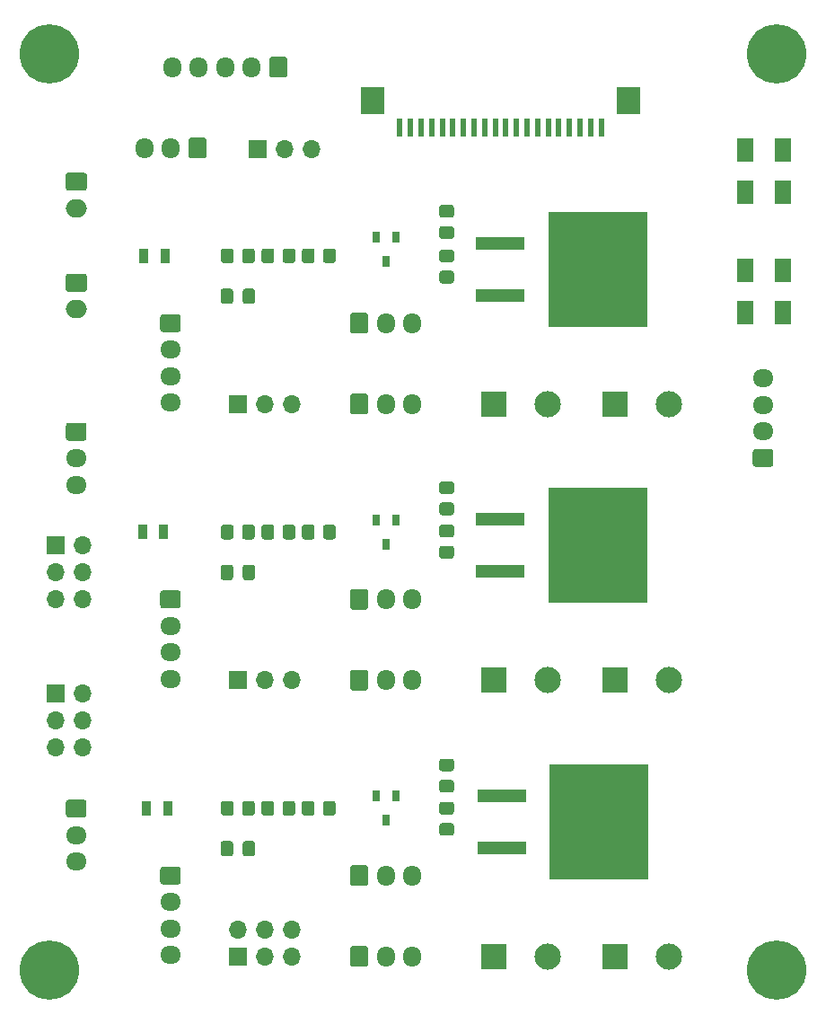
<source format=gbr>
%TF.GenerationSoftware,KiCad,Pcbnew,(5.1.9)-1*%
%TF.CreationDate,2021-01-06T12:08:29+00:00*%
%TF.ProjectId,switcherv0,73776974-6368-4657-9276-302e6b696361,rev?*%
%TF.SameCoordinates,Original*%
%TF.FileFunction,Soldermask,Top*%
%TF.FilePolarity,Negative*%
%FSLAX46Y46*%
G04 Gerber Fmt 4.6, Leading zero omitted, Abs format (unit mm)*
G04 Created by KiCad (PCBNEW (5.1.9)-1) date 2021-01-06 12:08:29*
%MOMM*%
%LPD*%
G01*
G04 APERTURE LIST*
%ADD10C,5.600000*%
%ADD11C,3.600000*%
%ADD12R,2.200000X2.500000*%
%ADD13R,0.600000X1.800000*%
%ADD14O,1.950000X1.700000*%
%ADD15O,1.700000X1.700000*%
%ADD16R,1.700000X1.700000*%
%ADD17C,2.475000*%
%ADD18R,2.475000X2.475000*%
%ADD19R,0.900000X1.400000*%
%ADD20R,4.600000X1.200000*%
%ADD21R,9.400000X10.800000*%
%ADD22O,1.700000X1.950000*%
%ADD23R,0.650000X1.100000*%
%ADD24O,2.000000X1.700000*%
%ADD25R,1.600000X2.250000*%
G04 APERTURE END LIST*
D10*
%TO.C,H3*%
X131347500Y-175410000D03*
D11*
X131347500Y-175410000D03*
%TD*%
D10*
%TO.C,H2*%
X131347500Y-89050000D03*
D11*
X131347500Y-89050000D03*
%TD*%
D10*
%TO.C,H1*%
X62767500Y-175410000D03*
D11*
X62767500Y-175410000D03*
%TD*%
D10*
%TO.C,H0*%
X62767500Y-89050000D03*
D11*
X62767500Y-89050000D03*
%TD*%
D12*
%TO.C,J0*%
X93212500Y-93495000D03*
X117412500Y-93495000D03*
D13*
X95812500Y-96035000D03*
X96812500Y-96035000D03*
X97812500Y-96035000D03*
X98812500Y-96035000D03*
X99812500Y-96035000D03*
X100812500Y-96035000D03*
X101812500Y-96035000D03*
X102812500Y-96035000D03*
X103812500Y-96035000D03*
X104812500Y-96035000D03*
X105812500Y-96035000D03*
X106812500Y-96035000D03*
X107812500Y-96035000D03*
X108812500Y-96035000D03*
X109812500Y-96035000D03*
X110812500Y-96035000D03*
X111812500Y-96035000D03*
X112812500Y-96035000D03*
X113812500Y-96035000D03*
X114812500Y-96035000D03*
%TD*%
D14*
%TO.C,J21*%
X65307500Y-165210000D03*
X65307500Y-162710000D03*
G36*
G01*
X64582500Y-159360000D02*
X66032500Y-159360000D01*
G75*
G02*
X66282500Y-159610000I0J-250000D01*
G01*
X66282500Y-160810000D01*
G75*
G02*
X66032500Y-161060000I-250000J0D01*
G01*
X64582500Y-161060000D01*
G75*
G02*
X64332500Y-160810000I0J250000D01*
G01*
X64332500Y-159610000D01*
G75*
G02*
X64582500Y-159360000I250000J0D01*
G01*
G37*
%TD*%
D15*
%TO.C,JP6*%
X87532500Y-98067000D03*
X84992500Y-98067000D03*
D16*
X82452500Y-98067000D03*
%TD*%
D17*
%TO.C,J3*%
X121187500Y-174140000D03*
D18*
X116107500Y-174140000D03*
%TD*%
D17*
%TO.C,J2*%
X109757500Y-174140000D03*
D18*
X104677500Y-174140000D03*
%TD*%
D17*
%TO.C,J4*%
X121187500Y-148105000D03*
D18*
X116107500Y-148105000D03*
%TD*%
D17*
%TO.C,J5*%
X109757500Y-148105000D03*
D18*
X104677500Y-148105000D03*
%TD*%
D17*
%TO.C,J6*%
X109757500Y-122070000D03*
D18*
X104677500Y-122070000D03*
%TD*%
D17*
%TO.C,J7*%
X121187500Y-122070000D03*
D18*
X116107500Y-122070000D03*
%TD*%
D19*
%TO.C,LED2*%
X73657500Y-108100000D03*
X71657500Y-108100000D03*
%TD*%
%TO.C,LED1*%
X73562500Y-134135000D03*
X71562500Y-134135000D03*
%TD*%
%TO.C,LED0*%
X73927500Y-160170000D03*
X71927500Y-160170000D03*
%TD*%
D20*
%TO.C,Q2*%
X105312500Y-111835000D03*
D21*
X114462500Y-109370000D03*
D20*
X105312500Y-106905000D03*
%TD*%
%TO.C,Q1*%
X105312500Y-137870000D03*
D21*
X114462500Y-135405000D03*
D20*
X105312500Y-132940000D03*
%TD*%
%TO.C,Q0*%
X105439500Y-163905000D03*
D21*
X114589500Y-161440000D03*
D20*
X105439500Y-158975000D03*
%TD*%
D22*
%TO.C,J19*%
X71737500Y-97940000D03*
X74237500Y-97940000D03*
G36*
G01*
X77587500Y-97215000D02*
X77587500Y-98665000D01*
G75*
G02*
X77337500Y-98915000I-250000J0D01*
G01*
X76137500Y-98915000D01*
G75*
G02*
X75887500Y-98665000I0J250000D01*
G01*
X75887500Y-97215000D01*
G75*
G02*
X76137500Y-96965000I250000J0D01*
G01*
X77337500Y-96965000D01*
G75*
G02*
X77587500Y-97215000I0J-250000D01*
G01*
G37*
%TD*%
%TO.C,J9*%
X96977500Y-166520000D03*
X94477500Y-166520000D03*
G36*
G01*
X91127500Y-167245000D02*
X91127500Y-165795000D01*
G75*
G02*
X91377500Y-165545000I250000J0D01*
G01*
X92577500Y-165545000D01*
G75*
G02*
X92827500Y-165795000I0J-250000D01*
G01*
X92827500Y-167245000D01*
G75*
G02*
X92577500Y-167495000I-250000J0D01*
G01*
X91377500Y-167495000D01*
G75*
G02*
X91127500Y-167245000I0J250000D01*
G01*
G37*
%TD*%
D14*
%TO.C,J15*%
X74197500Y-147985000D03*
X74197500Y-145485000D03*
X74197500Y-142985000D03*
G36*
G01*
X73472500Y-139635000D02*
X74922500Y-139635000D01*
G75*
G02*
X75172500Y-139885000I0J-250000D01*
G01*
X75172500Y-141085000D01*
G75*
G02*
X74922500Y-141335000I-250000J0D01*
G01*
X73472500Y-141335000D01*
G75*
G02*
X73222500Y-141085000I0J250000D01*
G01*
X73222500Y-139885000D01*
G75*
G02*
X73472500Y-139635000I250000J0D01*
G01*
G37*
%TD*%
%TO.C,J1*%
X130077500Y-119650000D03*
X130077500Y-122150000D03*
X130077500Y-124650000D03*
G36*
G01*
X130802500Y-128000000D02*
X129352500Y-128000000D01*
G75*
G02*
X129102500Y-127750000I0J250000D01*
G01*
X129102500Y-126550000D01*
G75*
G02*
X129352500Y-126300000I250000J0D01*
G01*
X130802500Y-126300000D01*
G75*
G02*
X131052500Y-126550000I0J-250000D01*
G01*
X131052500Y-127750000D01*
G75*
G02*
X130802500Y-128000000I-250000J0D01*
G01*
G37*
%TD*%
%TO.C,J14*%
X74197500Y-174020000D03*
X74197500Y-171520000D03*
X74197500Y-169020000D03*
G36*
G01*
X73472500Y-165670000D02*
X74922500Y-165670000D01*
G75*
G02*
X75172500Y-165920000I0J-250000D01*
G01*
X75172500Y-167120000D01*
G75*
G02*
X74922500Y-167370000I-250000J0D01*
G01*
X73472500Y-167370000D01*
G75*
G02*
X73222500Y-167120000I0J250000D01*
G01*
X73222500Y-165920000D01*
G75*
G02*
X73472500Y-165670000I250000J0D01*
G01*
G37*
%TD*%
%TO.C,J16*%
X74197500Y-121950000D03*
X74197500Y-119450000D03*
X74197500Y-116950000D03*
G36*
G01*
X73472500Y-113600000D02*
X74922500Y-113600000D01*
G75*
G02*
X75172500Y-113850000I0J-250000D01*
G01*
X75172500Y-115050000D01*
G75*
G02*
X74922500Y-115300000I-250000J0D01*
G01*
X73472500Y-115300000D01*
G75*
G02*
X73222500Y-115050000I0J250000D01*
G01*
X73222500Y-113850000D01*
G75*
G02*
X73472500Y-113600000I250000J0D01*
G01*
G37*
%TD*%
%TO.C,J22*%
X65307500Y-129690000D03*
X65307500Y-127190000D03*
G36*
G01*
X64582500Y-123840000D02*
X66032500Y-123840000D01*
G75*
G02*
X66282500Y-124090000I0J-250000D01*
G01*
X66282500Y-125290000D01*
G75*
G02*
X66032500Y-125540000I-250000J0D01*
G01*
X64582500Y-125540000D01*
G75*
G02*
X64332500Y-125290000I0J250000D01*
G01*
X64332500Y-124090000D01*
G75*
G02*
X64582500Y-123840000I250000J0D01*
G01*
G37*
%TD*%
%TO.C,R14*%
G36*
G01*
X100682501Y-104509000D02*
X99782499Y-104509000D01*
G75*
G02*
X99532500Y-104259001I0J249999D01*
G01*
X99532500Y-103558999D01*
G75*
G02*
X99782499Y-103309000I249999J0D01*
G01*
X100682501Y-103309000D01*
G75*
G02*
X100932500Y-103558999I0J-249999D01*
G01*
X100932500Y-104259001D01*
G75*
G02*
X100682501Y-104509000I-249999J0D01*
G01*
G37*
G36*
G01*
X100682501Y-106509000D02*
X99782499Y-106509000D01*
G75*
G02*
X99532500Y-106259001I0J249999D01*
G01*
X99532500Y-105558999D01*
G75*
G02*
X99782499Y-105309000I249999J0D01*
G01*
X100682501Y-105309000D01*
G75*
G02*
X100932500Y-105558999I0J-249999D01*
G01*
X100932500Y-106259001D01*
G75*
G02*
X100682501Y-106509000I-249999J0D01*
G01*
G37*
%TD*%
%TO.C,R13*%
G36*
G01*
X100682501Y-108716000D02*
X99782499Y-108716000D01*
G75*
G02*
X99532500Y-108466001I0J249999D01*
G01*
X99532500Y-107765999D01*
G75*
G02*
X99782499Y-107516000I249999J0D01*
G01*
X100682501Y-107516000D01*
G75*
G02*
X100932500Y-107765999I0J-249999D01*
G01*
X100932500Y-108466001D01*
G75*
G02*
X100682501Y-108716000I-249999J0D01*
G01*
G37*
G36*
G01*
X100682501Y-110716000D02*
X99782499Y-110716000D01*
G75*
G02*
X99532500Y-110466001I0J249999D01*
G01*
X99532500Y-109765999D01*
G75*
G02*
X99782499Y-109516000I249999J0D01*
G01*
X100682501Y-109516000D01*
G75*
G02*
X100932500Y-109765999I0J-249999D01*
G01*
X100932500Y-110466001D01*
G75*
G02*
X100682501Y-110716000I-249999J0D01*
G01*
G37*
%TD*%
%TO.C,R12*%
G36*
G01*
X100682501Y-130560000D02*
X99782499Y-130560000D01*
G75*
G02*
X99532500Y-130310001I0J249999D01*
G01*
X99532500Y-129609999D01*
G75*
G02*
X99782499Y-129360000I249999J0D01*
G01*
X100682501Y-129360000D01*
G75*
G02*
X100932500Y-129609999I0J-249999D01*
G01*
X100932500Y-130310001D01*
G75*
G02*
X100682501Y-130560000I-249999J0D01*
G01*
G37*
G36*
G01*
X100682501Y-132560000D02*
X99782499Y-132560000D01*
G75*
G02*
X99532500Y-132310001I0J249999D01*
G01*
X99532500Y-131609999D01*
G75*
G02*
X99782499Y-131360000I249999J0D01*
G01*
X100682501Y-131360000D01*
G75*
G02*
X100932500Y-131609999I0J-249999D01*
G01*
X100932500Y-132310001D01*
G75*
G02*
X100682501Y-132560000I-249999J0D01*
G01*
G37*
%TD*%
%TO.C,R11*%
G36*
G01*
X100682501Y-134640000D02*
X99782499Y-134640000D01*
G75*
G02*
X99532500Y-134390001I0J249999D01*
G01*
X99532500Y-133689999D01*
G75*
G02*
X99782499Y-133440000I249999J0D01*
G01*
X100682501Y-133440000D01*
G75*
G02*
X100932500Y-133689999I0J-249999D01*
G01*
X100932500Y-134390001D01*
G75*
G02*
X100682501Y-134640000I-249999J0D01*
G01*
G37*
G36*
G01*
X100682501Y-136640000D02*
X99782499Y-136640000D01*
G75*
G02*
X99532500Y-136390001I0J249999D01*
G01*
X99532500Y-135689999D01*
G75*
G02*
X99782499Y-135440000I249999J0D01*
G01*
X100682501Y-135440000D01*
G75*
G02*
X100932500Y-135689999I0J-249999D01*
G01*
X100932500Y-136390001D01*
G75*
G02*
X100682501Y-136640000I-249999J0D01*
G01*
G37*
%TD*%
%TO.C,R10*%
G36*
G01*
X100682501Y-156698500D02*
X99782499Y-156698500D01*
G75*
G02*
X99532500Y-156448501I0J249999D01*
G01*
X99532500Y-155748499D01*
G75*
G02*
X99782499Y-155498500I249999J0D01*
G01*
X100682501Y-155498500D01*
G75*
G02*
X100932500Y-155748499I0J-249999D01*
G01*
X100932500Y-156448501D01*
G75*
G02*
X100682501Y-156698500I-249999J0D01*
G01*
G37*
G36*
G01*
X100682501Y-158698500D02*
X99782499Y-158698500D01*
G75*
G02*
X99532500Y-158448501I0J249999D01*
G01*
X99532500Y-157748499D01*
G75*
G02*
X99782499Y-157498500I249999J0D01*
G01*
X100682501Y-157498500D01*
G75*
G02*
X100932500Y-157748499I0J-249999D01*
G01*
X100932500Y-158448501D01*
G75*
G02*
X100682501Y-158698500I-249999J0D01*
G01*
G37*
%TD*%
%TO.C,R9*%
G36*
G01*
X100682501Y-160770000D02*
X99782499Y-160770000D01*
G75*
G02*
X99532500Y-160520001I0J249999D01*
G01*
X99532500Y-159819999D01*
G75*
G02*
X99782499Y-159570000I249999J0D01*
G01*
X100682501Y-159570000D01*
G75*
G02*
X100932500Y-159819999I0J-249999D01*
G01*
X100932500Y-160520001D01*
G75*
G02*
X100682501Y-160770000I-249999J0D01*
G01*
G37*
G36*
G01*
X100682501Y-162770000D02*
X99782499Y-162770000D01*
G75*
G02*
X99532500Y-162520001I0J249999D01*
G01*
X99532500Y-161819999D01*
G75*
G02*
X99782499Y-161570000I249999J0D01*
G01*
X100682501Y-161570000D01*
G75*
G02*
X100932500Y-161819999I0J-249999D01*
G01*
X100932500Y-162520001D01*
G75*
G02*
X100682501Y-162770000I-249999J0D01*
G01*
G37*
%TD*%
%TO.C,R8*%
G36*
G01*
X83973500Y-107649999D02*
X83973500Y-108550001D01*
G75*
G02*
X83723501Y-108800000I-249999J0D01*
G01*
X83023499Y-108800000D01*
G75*
G02*
X82773500Y-108550001I0J249999D01*
G01*
X82773500Y-107649999D01*
G75*
G02*
X83023499Y-107400000I249999J0D01*
G01*
X83723501Y-107400000D01*
G75*
G02*
X83973500Y-107649999I0J-249999D01*
G01*
G37*
G36*
G01*
X85973500Y-107649999D02*
X85973500Y-108550001D01*
G75*
G02*
X85723501Y-108800000I-249999J0D01*
G01*
X85023499Y-108800000D01*
G75*
G02*
X84773500Y-108550001I0J249999D01*
G01*
X84773500Y-107649999D01*
G75*
G02*
X85023499Y-107400000I249999J0D01*
G01*
X85723501Y-107400000D01*
G75*
G02*
X85973500Y-107649999I0J-249999D01*
G01*
G37*
%TD*%
%TO.C,R7*%
G36*
G01*
X87783500Y-107649999D02*
X87783500Y-108550001D01*
G75*
G02*
X87533501Y-108800000I-249999J0D01*
G01*
X86833499Y-108800000D01*
G75*
G02*
X86583500Y-108550001I0J249999D01*
G01*
X86583500Y-107649999D01*
G75*
G02*
X86833499Y-107400000I249999J0D01*
G01*
X87533501Y-107400000D01*
G75*
G02*
X87783500Y-107649999I0J-249999D01*
G01*
G37*
G36*
G01*
X89783500Y-107649999D02*
X89783500Y-108550001D01*
G75*
G02*
X89533501Y-108800000I-249999J0D01*
G01*
X88833499Y-108800000D01*
G75*
G02*
X88583500Y-108550001I0J249999D01*
G01*
X88583500Y-107649999D01*
G75*
G02*
X88833499Y-107400000I249999J0D01*
G01*
X89533501Y-107400000D01*
G75*
G02*
X89783500Y-107649999I0J-249999D01*
G01*
G37*
%TD*%
%TO.C,R6*%
G36*
G01*
X83973500Y-133684999D02*
X83973500Y-134585001D01*
G75*
G02*
X83723501Y-134835000I-249999J0D01*
G01*
X83023499Y-134835000D01*
G75*
G02*
X82773500Y-134585001I0J249999D01*
G01*
X82773500Y-133684999D01*
G75*
G02*
X83023499Y-133435000I249999J0D01*
G01*
X83723501Y-133435000D01*
G75*
G02*
X83973500Y-133684999I0J-249999D01*
G01*
G37*
G36*
G01*
X85973500Y-133684999D02*
X85973500Y-134585001D01*
G75*
G02*
X85723501Y-134835000I-249999J0D01*
G01*
X85023499Y-134835000D01*
G75*
G02*
X84773500Y-134585001I0J249999D01*
G01*
X84773500Y-133684999D01*
G75*
G02*
X85023499Y-133435000I249999J0D01*
G01*
X85723501Y-133435000D01*
G75*
G02*
X85973500Y-133684999I0J-249999D01*
G01*
G37*
%TD*%
%TO.C,R5*%
G36*
G01*
X87783500Y-133684999D02*
X87783500Y-134585001D01*
G75*
G02*
X87533501Y-134835000I-249999J0D01*
G01*
X86833499Y-134835000D01*
G75*
G02*
X86583500Y-134585001I0J249999D01*
G01*
X86583500Y-133684999D01*
G75*
G02*
X86833499Y-133435000I249999J0D01*
G01*
X87533501Y-133435000D01*
G75*
G02*
X87783500Y-133684999I0J-249999D01*
G01*
G37*
G36*
G01*
X89783500Y-133684999D02*
X89783500Y-134585001D01*
G75*
G02*
X89533501Y-134835000I-249999J0D01*
G01*
X88833499Y-134835000D01*
G75*
G02*
X88583500Y-134585001I0J249999D01*
G01*
X88583500Y-133684999D01*
G75*
G02*
X88833499Y-133435000I249999J0D01*
G01*
X89533501Y-133435000D01*
G75*
G02*
X89783500Y-133684999I0J-249999D01*
G01*
G37*
%TD*%
%TO.C,R4*%
G36*
G01*
X83957500Y-159719999D02*
X83957500Y-160620001D01*
G75*
G02*
X83707501Y-160870000I-249999J0D01*
G01*
X83007499Y-160870000D01*
G75*
G02*
X82757500Y-160620001I0J249999D01*
G01*
X82757500Y-159719999D01*
G75*
G02*
X83007499Y-159470000I249999J0D01*
G01*
X83707501Y-159470000D01*
G75*
G02*
X83957500Y-159719999I0J-249999D01*
G01*
G37*
G36*
G01*
X85957500Y-159719999D02*
X85957500Y-160620001D01*
G75*
G02*
X85707501Y-160870000I-249999J0D01*
G01*
X85007499Y-160870000D01*
G75*
G02*
X84757500Y-160620001I0J249999D01*
G01*
X84757500Y-159719999D01*
G75*
G02*
X85007499Y-159470000I249999J0D01*
G01*
X85707501Y-159470000D01*
G75*
G02*
X85957500Y-159719999I0J-249999D01*
G01*
G37*
%TD*%
%TO.C,R3*%
G36*
G01*
X87767500Y-159719999D02*
X87767500Y-160620001D01*
G75*
G02*
X87517501Y-160870000I-249999J0D01*
G01*
X86817499Y-160870000D01*
G75*
G02*
X86567500Y-160620001I0J249999D01*
G01*
X86567500Y-159719999D01*
G75*
G02*
X86817499Y-159470000I249999J0D01*
G01*
X87517501Y-159470000D01*
G75*
G02*
X87767500Y-159719999I0J-249999D01*
G01*
G37*
G36*
G01*
X89767500Y-159719999D02*
X89767500Y-160620001D01*
G75*
G02*
X89517501Y-160870000I-249999J0D01*
G01*
X88817499Y-160870000D01*
G75*
G02*
X88567500Y-160620001I0J249999D01*
G01*
X88567500Y-159719999D01*
G75*
G02*
X88817499Y-159470000I249999J0D01*
G01*
X89517501Y-159470000D01*
G75*
G02*
X89767500Y-159719999I0J-249999D01*
G01*
G37*
%TD*%
%TO.C,R2*%
G36*
G01*
X80147500Y-107649999D02*
X80147500Y-108550001D01*
G75*
G02*
X79897501Y-108800000I-249999J0D01*
G01*
X79197499Y-108800000D01*
G75*
G02*
X78947500Y-108550001I0J249999D01*
G01*
X78947500Y-107649999D01*
G75*
G02*
X79197499Y-107400000I249999J0D01*
G01*
X79897501Y-107400000D01*
G75*
G02*
X80147500Y-107649999I0J-249999D01*
G01*
G37*
G36*
G01*
X82147500Y-107649999D02*
X82147500Y-108550001D01*
G75*
G02*
X81897501Y-108800000I-249999J0D01*
G01*
X81197499Y-108800000D01*
G75*
G02*
X80947500Y-108550001I0J249999D01*
G01*
X80947500Y-107649999D01*
G75*
G02*
X81197499Y-107400000I249999J0D01*
G01*
X81897501Y-107400000D01*
G75*
G02*
X82147500Y-107649999I0J-249999D01*
G01*
G37*
%TD*%
%TO.C,R1*%
G36*
G01*
X80147500Y-133684999D02*
X80147500Y-134585001D01*
G75*
G02*
X79897501Y-134835000I-249999J0D01*
G01*
X79197499Y-134835000D01*
G75*
G02*
X78947500Y-134585001I0J249999D01*
G01*
X78947500Y-133684999D01*
G75*
G02*
X79197499Y-133435000I249999J0D01*
G01*
X79897501Y-133435000D01*
G75*
G02*
X80147500Y-133684999I0J-249999D01*
G01*
G37*
G36*
G01*
X82147500Y-133684999D02*
X82147500Y-134585001D01*
G75*
G02*
X81897501Y-134835000I-249999J0D01*
G01*
X81197499Y-134835000D01*
G75*
G02*
X80947500Y-134585001I0J249999D01*
G01*
X80947500Y-133684999D01*
G75*
G02*
X81197499Y-133435000I249999J0D01*
G01*
X81897501Y-133435000D01*
G75*
G02*
X82147500Y-133684999I0J-249999D01*
G01*
G37*
%TD*%
%TO.C,R0*%
G36*
G01*
X80147500Y-159719999D02*
X80147500Y-160620001D01*
G75*
G02*
X79897501Y-160870000I-249999J0D01*
G01*
X79197499Y-160870000D01*
G75*
G02*
X78947500Y-160620001I0J249999D01*
G01*
X78947500Y-159719999D01*
G75*
G02*
X79197499Y-159470000I249999J0D01*
G01*
X79897501Y-159470000D01*
G75*
G02*
X80147500Y-159719999I0J-249999D01*
G01*
G37*
G36*
G01*
X82147500Y-159719999D02*
X82147500Y-160620001D01*
G75*
G02*
X81897501Y-160870000I-249999J0D01*
G01*
X81197499Y-160870000D01*
G75*
G02*
X80947500Y-160620001I0J249999D01*
G01*
X80947500Y-159719999D01*
G75*
G02*
X81197499Y-159470000I249999J0D01*
G01*
X81897501Y-159470000D01*
G75*
G02*
X82147500Y-159719999I0J-249999D01*
G01*
G37*
%TD*%
D23*
%TO.C,Q5*%
X94517500Y-108615000D03*
X93567500Y-106315000D03*
X95467500Y-106315000D03*
%TD*%
%TO.C,Q4*%
X94517500Y-135285000D03*
X93567500Y-132985000D03*
X95467500Y-132985000D03*
%TD*%
%TO.C,Q3*%
X94517500Y-161320000D03*
X93567500Y-159020000D03*
X95467500Y-159020000D03*
%TD*%
D15*
%TO.C,JP5*%
X65942500Y-140485000D03*
X63402500Y-140485000D03*
X65942500Y-137945000D03*
X63402500Y-137945000D03*
X65942500Y-135405000D03*
D16*
X63402500Y-135405000D03*
%TD*%
D15*
%TO.C,JP4*%
X65942500Y-154455000D03*
X63402500Y-154455000D03*
X65942500Y-151915000D03*
X63402500Y-151915000D03*
X65942500Y-149375000D03*
D16*
X63402500Y-149375000D03*
%TD*%
D22*
%TO.C,J20*%
X74357500Y-90320000D03*
X76857500Y-90320000D03*
X79357500Y-90320000D03*
X81857500Y-90320000D03*
G36*
G01*
X85207500Y-89595000D02*
X85207500Y-91045000D01*
G75*
G02*
X84957500Y-91295000I-250000J0D01*
G01*
X83757500Y-91295000D01*
G75*
G02*
X83507500Y-91045000I0J250000D01*
G01*
X83507500Y-89595000D01*
G75*
G02*
X83757500Y-89345000I250000J0D01*
G01*
X84957500Y-89345000D01*
G75*
G02*
X85207500Y-89595000I0J-250000D01*
G01*
G37*
%TD*%
D24*
%TO.C,J17*%
X65307500Y-113140000D03*
G36*
G01*
X64557500Y-109790000D02*
X66057500Y-109790000D01*
G75*
G02*
X66307500Y-110040000I0J-250000D01*
G01*
X66307500Y-111240000D01*
G75*
G02*
X66057500Y-111490000I-250000J0D01*
G01*
X64557500Y-111490000D01*
G75*
G02*
X64307500Y-111240000I0J250000D01*
G01*
X64307500Y-110040000D01*
G75*
G02*
X64557500Y-109790000I250000J0D01*
G01*
G37*
%TD*%
D22*
%TO.C,J12*%
X96977500Y-114450000D03*
X94477500Y-114450000D03*
G36*
G01*
X91127500Y-115175000D02*
X91127500Y-113725000D01*
G75*
G02*
X91377500Y-113475000I250000J0D01*
G01*
X92577500Y-113475000D01*
G75*
G02*
X92827500Y-113725000I0J-250000D01*
G01*
X92827500Y-115175000D01*
G75*
G02*
X92577500Y-115425000I-250000J0D01*
G01*
X91377500Y-115425000D01*
G75*
G02*
X91127500Y-115175000I0J250000D01*
G01*
G37*
%TD*%
%TO.C,J10*%
X96977500Y-148105000D03*
X94477500Y-148105000D03*
G36*
G01*
X91127500Y-148830000D02*
X91127500Y-147380000D01*
G75*
G02*
X91377500Y-147130000I250000J0D01*
G01*
X92577500Y-147130000D01*
G75*
G02*
X92827500Y-147380000I0J-250000D01*
G01*
X92827500Y-148830000D01*
G75*
G02*
X92577500Y-149080000I-250000J0D01*
G01*
X91377500Y-149080000D01*
G75*
G02*
X91127500Y-148830000I0J250000D01*
G01*
G37*
%TD*%
%TO.C,J8*%
X96977500Y-174140000D03*
X94477500Y-174140000D03*
G36*
G01*
X91127500Y-174865000D02*
X91127500Y-173415000D01*
G75*
G02*
X91377500Y-173165000I250000J0D01*
G01*
X92577500Y-173165000D01*
G75*
G02*
X92827500Y-173415000I0J-250000D01*
G01*
X92827500Y-174865000D01*
G75*
G02*
X92577500Y-175115000I-250000J0D01*
G01*
X91377500Y-175115000D01*
G75*
G02*
X91127500Y-174865000I0J250000D01*
G01*
G37*
%TD*%
%TO.C,C2*%
G36*
G01*
X80997500Y-112385000D02*
X80997500Y-111435000D01*
G75*
G02*
X81247500Y-111185000I250000J0D01*
G01*
X81922500Y-111185000D01*
G75*
G02*
X82172500Y-111435000I0J-250000D01*
G01*
X82172500Y-112385000D01*
G75*
G02*
X81922500Y-112635000I-250000J0D01*
G01*
X81247500Y-112635000D01*
G75*
G02*
X80997500Y-112385000I0J250000D01*
G01*
G37*
G36*
G01*
X78922500Y-112385000D02*
X78922500Y-111435000D01*
G75*
G02*
X79172500Y-111185000I250000J0D01*
G01*
X79847500Y-111185000D01*
G75*
G02*
X80097500Y-111435000I0J-250000D01*
G01*
X80097500Y-112385000D01*
G75*
G02*
X79847500Y-112635000I-250000J0D01*
G01*
X79172500Y-112635000D01*
G75*
G02*
X78922500Y-112385000I0J250000D01*
G01*
G37*
%TD*%
%TO.C,C1*%
G36*
G01*
X78922500Y-138420000D02*
X78922500Y-137470000D01*
G75*
G02*
X79172500Y-137220000I250000J0D01*
G01*
X79847500Y-137220000D01*
G75*
G02*
X80097500Y-137470000I0J-250000D01*
G01*
X80097500Y-138420000D01*
G75*
G02*
X79847500Y-138670000I-250000J0D01*
G01*
X79172500Y-138670000D01*
G75*
G02*
X78922500Y-138420000I0J250000D01*
G01*
G37*
G36*
G01*
X80997500Y-138420000D02*
X80997500Y-137470000D01*
G75*
G02*
X81247500Y-137220000I250000J0D01*
G01*
X81922500Y-137220000D01*
G75*
G02*
X82172500Y-137470000I0J-250000D01*
G01*
X82172500Y-138420000D01*
G75*
G02*
X81922500Y-138670000I-250000J0D01*
G01*
X81247500Y-138670000D01*
G75*
G02*
X80997500Y-138420000I0J250000D01*
G01*
G37*
%TD*%
%TO.C,C0*%
G36*
G01*
X80997500Y-164455000D02*
X80997500Y-163505000D01*
G75*
G02*
X81247500Y-163255000I250000J0D01*
G01*
X81922500Y-163255000D01*
G75*
G02*
X82172500Y-163505000I0J-250000D01*
G01*
X82172500Y-164455000D01*
G75*
G02*
X81922500Y-164705000I-250000J0D01*
G01*
X81247500Y-164705000D01*
G75*
G02*
X80997500Y-164455000I0J250000D01*
G01*
G37*
G36*
G01*
X78922500Y-164455000D02*
X78922500Y-163505000D01*
G75*
G02*
X79172500Y-163255000I250000J0D01*
G01*
X79847500Y-163255000D01*
G75*
G02*
X80097500Y-163505000I0J-250000D01*
G01*
X80097500Y-164455000D01*
G75*
G02*
X79847500Y-164705000I-250000J0D01*
G01*
X79172500Y-164705000D01*
G75*
G02*
X78922500Y-164455000I0J250000D01*
G01*
G37*
%TD*%
D25*
%TO.C,Z4*%
X131982500Y-109474000D03*
X131982500Y-113474000D03*
%TD*%
%TO.C,Z3*%
X128426500Y-109474000D03*
X128426500Y-113474000D03*
%TD*%
%TO.C,Z2*%
X131982500Y-98099000D03*
X131982500Y-102099000D03*
%TD*%
%TO.C,Z1*%
X128426500Y-98099000D03*
X128426500Y-102099000D03*
%TD*%
D15*
%TO.C,JP0*%
X85627500Y-171600000D03*
X85627500Y-174140000D03*
X83087500Y-171600000D03*
X83087500Y-174140000D03*
X80547500Y-171600000D03*
D16*
X80547500Y-174140000D03*
%TD*%
D22*
%TO.C,J13*%
X96977500Y-122070000D03*
X94477500Y-122070000D03*
G36*
G01*
X91127500Y-122795000D02*
X91127500Y-121345000D01*
G75*
G02*
X91377500Y-121095000I250000J0D01*
G01*
X92577500Y-121095000D01*
G75*
G02*
X92827500Y-121345000I0J-250000D01*
G01*
X92827500Y-122795000D01*
G75*
G02*
X92577500Y-123045000I-250000J0D01*
G01*
X91377500Y-123045000D01*
G75*
G02*
X91127500Y-122795000I0J250000D01*
G01*
G37*
%TD*%
%TO.C,J11*%
X96977500Y-140485000D03*
X94477500Y-140485000D03*
G36*
G01*
X91127500Y-141210000D02*
X91127500Y-139760000D01*
G75*
G02*
X91377500Y-139510000I250000J0D01*
G01*
X92577500Y-139510000D01*
G75*
G02*
X92827500Y-139760000I0J-250000D01*
G01*
X92827500Y-141210000D01*
G75*
G02*
X92577500Y-141460000I-250000J0D01*
G01*
X91377500Y-141460000D01*
G75*
G02*
X91127500Y-141210000I0J250000D01*
G01*
G37*
%TD*%
D24*
%TO.C,J18*%
X65307500Y-103615000D03*
G36*
G01*
X64557500Y-100265000D02*
X66057500Y-100265000D01*
G75*
G02*
X66307500Y-100515000I0J-250000D01*
G01*
X66307500Y-101715000D01*
G75*
G02*
X66057500Y-101965000I-250000J0D01*
G01*
X64557500Y-101965000D01*
G75*
G02*
X64307500Y-101715000I0J250000D01*
G01*
X64307500Y-100515000D01*
G75*
G02*
X64557500Y-100265000I250000J0D01*
G01*
G37*
%TD*%
D16*
%TO.C,JP1*%
X80547500Y-148105000D03*
D15*
X83087500Y-148105000D03*
X85627500Y-148105000D03*
%TD*%
%TO.C,JP2*%
X85627500Y-122070000D03*
X83087500Y-122070000D03*
D16*
X80547500Y-122070000D03*
%TD*%
M02*

</source>
